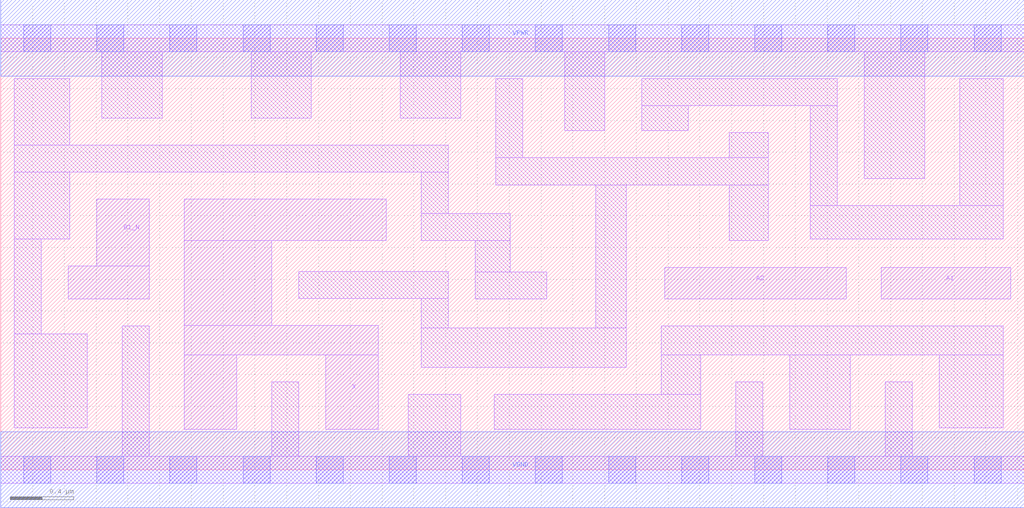
<source format=lef>
# Copyright 2020 The SkyWater PDK Authors
#
# Licensed under the Apache License, Version 2.0 (the "License");
# you may not use this file except in compliance with the License.
# You may obtain a copy of the License at
#
#     https://www.apache.org/licenses/LICENSE-2.0
#
# Unless required by applicable law or agreed to in writing, software
# distributed under the License is distributed on an "AS IS" BASIS,
# WITHOUT WARRANTIES OR CONDITIONS OF ANY KIND, either express or implied.
# See the License for the specific language governing permissions and
# limitations under the License.
#
# SPDX-License-Identifier: Apache-2.0

VERSION 5.7 ;
  NAMESCASESENSITIVE ON ;
  NOWIREEXTENSIONATPIN ON ;
  DIVIDERCHAR "/" ;
  BUSBITCHARS "[]" ;
UNITS
  DATABASE MICRONS 200 ;
END UNITS
PROPERTYDEFINITIONS
  MACRO maskLayoutSubType STRING ;
  MACRO prCellType STRING ;
  MACRO originalViewName STRING ;
END PROPERTYDEFINITIONS
MACRO sky130_fd_sc_hdll__o21ba_4
  CLASS CORE ;
  FOREIGN sky130_fd_sc_hdll__o21ba_4 ;
  ORIGIN  0.000000  0.000000 ;
  SIZE  6.440000 BY  2.720000 ;
  SYMMETRY X Y R90 ;
  SITE unithd ;
  PIN A1
    ANTENNAGATEAREA  0.555000 ;
    DIRECTION INPUT ;
    USE SIGNAL ;
    PORT
      LAYER li1 ;
        RECT 5.540000 1.075000 6.355000 1.275000 ;
    END
  END A1
  PIN A2
    ANTENNAGATEAREA  0.555000 ;
    DIRECTION INPUT ;
    USE SIGNAL ;
    PORT
      LAYER li1 ;
        RECT 4.180000 1.075000 5.320000 1.275000 ;
    END
  END A2
  PIN B1_N
    ANTENNAGATEAREA  0.277500 ;
    DIRECTION INPUT ;
    USE SIGNAL ;
    PORT
      LAYER li1 ;
        RECT 0.425000 1.075000 0.935000 1.285000 ;
        RECT 0.605000 1.285000 0.935000 1.705000 ;
    END
  END B1_N
  PIN X
    ANTENNADIFFAREA  1.028500 ;
    DIRECTION OUTPUT ;
    USE SIGNAL ;
    PORT
      LAYER li1 ;
        RECT 1.155000 0.255000 1.485000 0.725000 ;
        RECT 1.155000 0.725000 2.375000 0.910000 ;
        RECT 1.155000 0.910000 1.705000 1.445000 ;
        RECT 1.155000 1.445000 2.425000 1.705000 ;
        RECT 2.045000 0.255000 2.375000 0.725000 ;
    END
  END X
  PIN VGND
    DIRECTION INOUT ;
    USE GROUND ;
    PORT
      LAYER met1 ;
        RECT 0.000000 -0.240000 6.440000 0.240000 ;
    END
  END VGND
  PIN VPWR
    DIRECTION INOUT ;
    USE POWER ;
    PORT
      LAYER met1 ;
        RECT 0.000000 2.480000 6.440000 2.960000 ;
    END
  END VPWR
  OBS
    LAYER li1 ;
      RECT 0.000000 -0.085000 6.440000 0.085000 ;
      RECT 0.000000  2.635000 6.440000 2.805000 ;
      RECT 0.085000  0.265000 0.545000 0.855000 ;
      RECT 0.085000  0.855000 0.255000 1.455000 ;
      RECT 0.085000  1.455000 0.435000 1.875000 ;
      RECT 0.085000  1.875000 2.815000 2.045000 ;
      RECT 0.085000  2.045000 0.435000 2.465000 ;
      RECT 0.635000  2.215000 1.015000 2.635000 ;
      RECT 0.765000  0.085000 0.935000 0.905000 ;
      RECT 1.575000  2.215000 1.955000 2.635000 ;
      RECT 1.705000  0.085000 1.875000 0.555000 ;
      RECT 1.875000  1.080000 2.815000 1.250000 ;
      RECT 2.515000  2.215000 2.895000 2.635000 ;
      RECT 2.565000  0.085000 2.895000 0.475000 ;
      RECT 2.645000  0.645000 3.935000 0.895000 ;
      RECT 2.645000  0.895000 2.815000 1.080000 ;
      RECT 2.645000  1.445000 3.205000 1.615000 ;
      RECT 2.645000  1.615000 2.815000 1.875000 ;
      RECT 2.985000  1.075000 3.435000 1.245000 ;
      RECT 2.985000  1.245000 3.205000 1.445000 ;
      RECT 3.105000  0.255000 4.405000 0.475000 ;
      RECT 3.115000  1.795000 4.830000 1.965000 ;
      RECT 3.115000  1.965000 3.285000 2.465000 ;
      RECT 3.550000  2.135000 3.800000 2.635000 ;
      RECT 3.745000  0.895000 3.935000 1.795000 ;
      RECT 4.035000  2.135000 4.325000 2.295000 ;
      RECT 4.035000  2.295000 5.265000 2.465000 ;
      RECT 4.155000  0.475000 4.405000 0.725000 ;
      RECT 4.155000  0.725000 6.310000 0.905000 ;
      RECT 4.585000  1.445000 4.830000 1.795000 ;
      RECT 4.585000  1.965000 4.830000 2.125000 ;
      RECT 4.625000  0.085000 4.795000 0.555000 ;
      RECT 4.965000  0.255000 5.345000 0.725000 ;
      RECT 5.095000  1.455000 6.310000 1.665000 ;
      RECT 5.095000  1.665000 5.265000 2.295000 ;
      RECT 5.435000  1.835000 5.815000 2.635000 ;
      RECT 5.565000  0.085000 5.735000 0.555000 ;
      RECT 5.905000  0.265000 6.310000 0.725000 ;
      RECT 6.035000  1.665000 6.310000 2.465000 ;
    LAYER mcon ;
      RECT 0.145000 -0.085000 0.315000 0.085000 ;
      RECT 0.145000  2.635000 0.315000 2.805000 ;
      RECT 0.605000 -0.085000 0.775000 0.085000 ;
      RECT 0.605000  2.635000 0.775000 2.805000 ;
      RECT 1.065000 -0.085000 1.235000 0.085000 ;
      RECT 1.065000  2.635000 1.235000 2.805000 ;
      RECT 1.525000 -0.085000 1.695000 0.085000 ;
      RECT 1.525000  2.635000 1.695000 2.805000 ;
      RECT 1.985000 -0.085000 2.155000 0.085000 ;
      RECT 1.985000  2.635000 2.155000 2.805000 ;
      RECT 2.445000 -0.085000 2.615000 0.085000 ;
      RECT 2.445000  2.635000 2.615000 2.805000 ;
      RECT 2.905000 -0.085000 3.075000 0.085000 ;
      RECT 2.905000  2.635000 3.075000 2.805000 ;
      RECT 3.365000 -0.085000 3.535000 0.085000 ;
      RECT 3.365000  2.635000 3.535000 2.805000 ;
      RECT 3.825000 -0.085000 3.995000 0.085000 ;
      RECT 3.825000  2.635000 3.995000 2.805000 ;
      RECT 4.285000 -0.085000 4.455000 0.085000 ;
      RECT 4.285000  2.635000 4.455000 2.805000 ;
      RECT 4.745000 -0.085000 4.915000 0.085000 ;
      RECT 4.745000  2.635000 4.915000 2.805000 ;
      RECT 5.205000 -0.085000 5.375000 0.085000 ;
      RECT 5.205000  2.635000 5.375000 2.805000 ;
      RECT 5.665000 -0.085000 5.835000 0.085000 ;
      RECT 5.665000  2.635000 5.835000 2.805000 ;
      RECT 6.125000 -0.085000 6.295000 0.085000 ;
      RECT 6.125000  2.635000 6.295000 2.805000 ;
  END
  PROPERTY maskLayoutSubType "abstract" ;
  PROPERTY prCellType "standard" ;
  PROPERTY originalViewName "layout" ;
END sky130_fd_sc_hdll__o21ba_4
END LIBRARY

</source>
